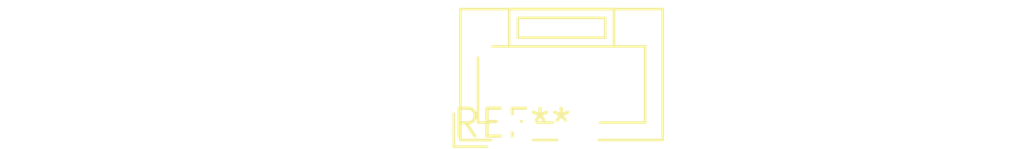
<source format=kicad_pcb>
(kicad_pcb (version 20240108) (generator pcbnew)
  (layers (0 "F.Cu" signal) (31 "B.Cu" signal) (34 "B.Paste" user) (35 "F.Paste" user) (36 "B.SilkS" user "B.Silkscreen") (37 "F.SilkS" user "F.Silkscreen") (38 "B.Mask" user) (39 "F.Mask" user) (44 "Edge.Cuts" user))
  (net 0 "")
  (footprint "JST_ZE_B04B-ZESK-1D_1x04_P1.50mm_Vertical" (layer "F.Cu") (at 0 0)
    (property "Reference" "REF**")
    (property "Value" "JST_ZE_B04B-ZESK-1D_1x04_P1.50mm_Vertical")
    (fp_line (start -2.66 -0.44) (end -2.66 1.06) (layer "F.SilkS") (stroke (width 0.12)))
    (fp_line (start -2.66 1.06) (end -1.16 1.06) (layer "F.SilkS") (stroke (width 0.12)))
    (fp_line (start -2.36 -5.21) (end 6.86 -5.21) (layer "F.SilkS") (stroke (width 0.12)))
    (fp_line (start -2.36 0.76) (end -2.36 -5.21) (layer "F.SilkS") (stroke (width 0.12)))
    (fp_line (start -1.56 -3) (end -1.56 -0.04) (layer "F.SilkS") (stroke (width 0.12)))
    (fp_line (start -1.56 -0.04) (end -1 -0.04) (layer "F.SilkS") (stroke (width 0.12)))
    (fp_line (start -0.96 0.76) (end -2.36 0.76) (layer "F.SilkS") (stroke (width 0.12)))
    (fp_line (start -0.14 -5.21) (end -0.14 -3.51) (layer "F.SilkS") (stroke (width 0.12)))
    (fp_line (start -0.14 -3.51) (end -0.9 -3.51) (layer "F.SilkS") (stroke (width 0.12)))
    (fp_line (start -0.14 -3.51) (end 4.64 -3.51) (layer "F.SilkS") (stroke (width 0.12)))
    (fp_line (start 0.26 -4.81) (end 0.26 -3.91) (layer "F.SilkS") (stroke (width 0.12)))
    (fp_line (start 0.26 -3.91) (end 4.24 -3.91) (layer "F.SilkS") (stroke (width 0.12)))
    (fp_line (start 0.96 0.76) (end 2.04 0.76) (layer "F.SilkS") (stroke (width 0.12)))
    (fp_line (start 1.135 -0.04) (end 1.865 -0.04) (layer "F.SilkS") (stroke (width 0.12)))
    (fp_line (start 4.24 -4.81) (end 0.26 -4.81) (layer "F.SilkS") (stroke (width 0.12)))
    (fp_line (start 4.24 -3.91) (end 4.24 -4.81) (layer "F.SilkS") (stroke (width 0.12)))
    (fp_line (start 4.64 -5.21) (end -0.14 -5.21) (layer "F.SilkS") (stroke (width 0.12)))
    (fp_line (start 4.64 -3.51) (end 4.64 -5.21) (layer "F.SilkS") (stroke (width 0.12)))
    (fp_line (start 4.64 -3.51) (end 6.06 -3.51) (layer "F.SilkS") (stroke (width 0.12)))
    (fp_line (start 6.06 -3.51) (end 6.06 -0.04) (layer "F.SilkS") (stroke (width 0.12)))
    (fp_line (start 6.06 -0.04) (end 4 -0.04) (layer "F.SilkS") (stroke (width 0.12)))
    (fp_line (start 6.86 -5.21) (end 6.86 0.76) (layer "F.SilkS") (stroke (width 0.12)))
    (fp_line (start 6.86 0.76) (end 3.96 0.76) (layer "F.SilkS") (stroke (width 0.12)))
    (pad "" np_thru_hole circle (at -1.65 -3.8) (size 0.85 0.85) (drill 0.85) (layers *.Cu *.Mask))
    (pad "1" thru_hole custom (at 0 0) (size 1.117157 1.117157) (drill 0.75) (layers *.Cu *.Mask) (remove_unused_layers) (options (clearance outline) (anchor circle)) (primitives (gr_poly (pts (xy 0.45 -0.225) (xy 0.45 0.625) (xy -0.45 0.625) (xy -0.45 -0.625) (xy 0.05 -0.625)) (width 0.5) (fill yes))))
    (pad "2" thru_hole oval (at 1.5 -2) (size 1.4 1.75) (drill 0.75) (layers *.Cu *.Mask) (remove_unused_layers))
    (pad "3" thru_hole oval (at 3 0) (size 1.4 1.75) (drill 0.75) (layers *.Cu *.Mask) (remove_unused_layers))
    (pad "4" thru_hole oval (at 4.5 -2) (size 1.4 1.75) (drill 0.75) (layers *.Cu *.Mask) (remove_unused_layers))
  )
)
</source>
